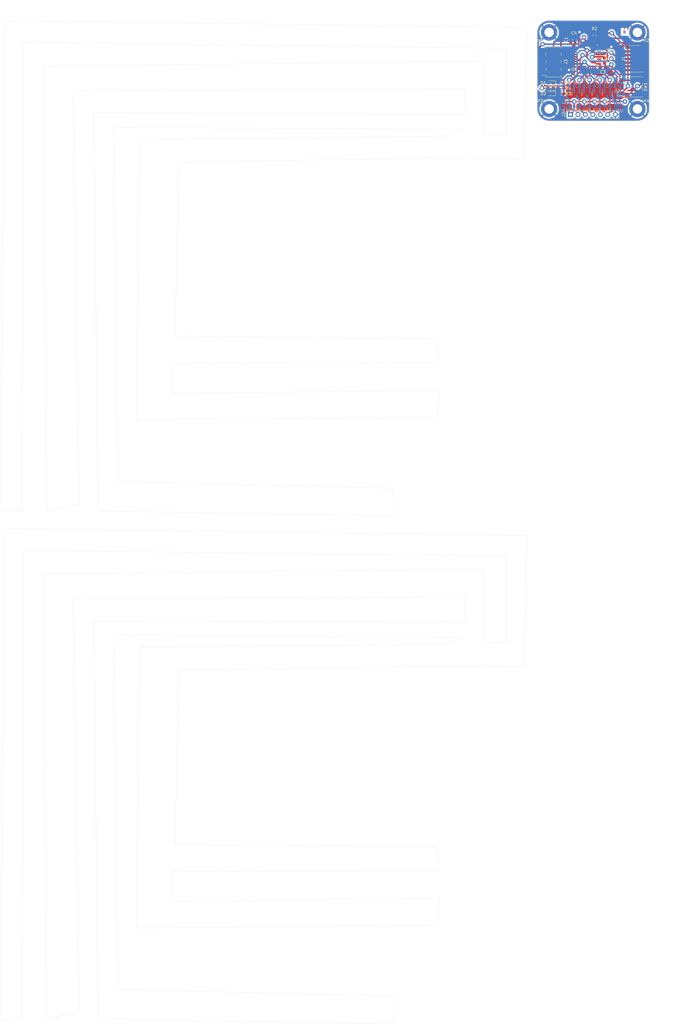
<source format=kicad_pcb>
(kicad_pcb (version 20221018) (generator pcbnew)
  (layers (0 "F.Cu" signal) (31 "B.Cu" signal) (34 "B.Paste" user) (35 "F.Paste" user) (36 "B.SilkS" user "B.Silkscreen") (37 "F.SilkS" user "F.Silkscreen") (38 "B.Mask" user) (39 "F.Mask" user) (44 "Edge.Cuts" user))
  (net 0 "")
  (net 1 "+5V-v2-")
  (net 2 "GND-v2-")
  (net 3 "+3.3V-v2-")
  (net 4 "Net-(D1-K)-v2-")
  (net 6 "Net-(D3-K)-v2-")
  (net 7 "Status_LED-v2-")
  (net 8 "Data_Clock_SNES-v2-")
  (net 9 "Data_Latch_SNES-v2-")
  (net 10 "Net-(D2-K)-v2-")
  (net 11 "Serial_Data1_SNES-v2-")
  (net 12 "Serial_Data2_SNES-v2-")
  (net 13 "SPI_Chip_Select-v2-")
  (net 14 "Chip_Enable-v2-")
  (net 15 "SPI_Digital_Input-v2-")
  (net 16 "SPI_Clock-v2-")
  (net 17 "SPI_Digital_Output-v2-")
  (net 18 "IOBit_SNES-v2-")
  (net 19 "Data_Clock_STM32-v2-")
  (net 20 "Data_Latch_STM32-v2-")
  (net 21 "Appairing_Btn-v2-")
  (net 22 "Net-(U2-BP)-v2-")
  (net 23 "SWDIO-v2-")
  (net 24 "SWDCK-v2-")
  (net 27 "NRST-v2-")
  (net 28 "USART2_RX-v2-")
  (net 29 "USART2_TX-v2-")
  (net 30 "Serial_Data1_STM32-v2-")
  (net 31 "IOBit_STM32-v2-")
  (net 32 "Serial_Data2_STM32-v2-")
  (footprint "Capacitor_SMD:C_0603_1608Metric_Pad1.08x0.95mm_HandSolder" (layer "F.Cu") (at 206.0025 17.19)
    (fp_text reference "C3")
    (fp_text value "100n")
  )
  (footprint "Resistor_SMD:R_0603_1608Metric_Pad0.98x0.95mm_HandSolder" (layer "F.Cu") (at 191.76875 26.05)
    (fp_text reference "R3")
    (fp_text value "1k")
  )
  (footprint "Diode_SMD:D_0603_1608Metric_Pad1.05x0.95mm_HandSolder" (layer "F.Cu") (at 188.26875 26.05 180)
    (fp_text reference "D2")
    (fp_text value "LED_Small")
  )
  (footprint "MountingHole:MountingHole_3.2mm_M3_DIN965_Pad" (layer "F.Cu") (at 187.75 31.25)
    (fp_text reference "H3")
    (fp_text value "MountingHole_Pad")
  )
  (footprint "Capacitor_SMD:C_0603_1608Metric_Pad1.08x0.95mm_HandSolder" (layer "F.Cu") (at 206.51 11.5 90)
    (fp_text reference "C5")
    (fp_text value "100n")
  )
  (footprint "Resistor_SMD:R_0603_1608Metric_Pad0.98x0.95mm_HandSolder" (layer "F.Cu") (at 191.76875 24.25)
    (fp_text reference "R4")
    (fp_text value "1k")
  )
  (footprint "MountingHole:MountingHole_3.2mm_M3_DIN965_Pad" (layer "F.Cu") (at 187.75 5.25)
    (fp_text reference "H1")
    (fp_text value "MountingHole_Pad")
  )
  (footprint "MountingHole:MountingHole_3.2mm_M3_DIN965_Pad" (layer "F.Cu") (at 217.75 5.25)
    (fp_text reference "H2")
    (fp_text value "MountingHole_Pad")
  )
  (footprint "Connector_PinHeader_1.27mm:PinHeader_2x07_P1.27mm_Vertical_SMD" (layer "F.Cu") (at 216.75 14.25 180)
    (fp_text reference "J1")
    (fp_text value "Conn_02x07_Odd_Even")
  )
  (footprint "Button_Switch_SMD:SW_SPST_B3S-1000" (layer "F.Cu") (at 216.25 23.75 180)
    (fp_text reference "SW1")
    (fp_text value "SW_SPST")
  )
  (footprint "Capacitor_SMD:C_0603_1608Metric_Pad1.08x0.95mm_HandSolder" (layer "F.Cu") (at 206.51 14.8025 90)
    (fp_text reference "C2")
    (fp_text value "100n")
  )
  (footprint "Capacitor_SMD:C_0603_1608Metric_Pad1.08x0.95mm_HandSolder" (layer "F.Cu") (at 195.05 7.75 90)
    (fp_text reference "C1")
    (fp_text value "10u")
  )
  (footprint "Connector_PinSocket_2.54mm:PinSocket_2x04_P2.54mm_Vertical_SMD" (layer "F.Cu") (at 189.25 15.25 180)
    (fp_text reference "J3")
    (fp_text value "Conn_01x08_Socket")
  )
  (footprint "Package_QFP:LQFP-32_7x7mm_P0.8mm" (layer "F.Cu") (at 200.6 13.15 180)
    (fp_text reference "U1")
    (fp_text value "STM32L412KBTx")
  )
  (footprint "Diode_SMD:D_0603_1608Metric_Pad1.05x0.95mm_HandSolder" (layer "F.Cu") (at 188.26875 24.25 180)
    (fp_text reference "D3")
    (fp_text value "LED")
  )
  (footprint "Connector_PinHeader_2.54mm:PinHeader_1x07_P2.54mm_Vertical" (layer "F.Cu") (at 195 33.15 90)
    (fp_text reference "J2")
    (fp_text value "Conn_01x07_Socket")
  )
  (footprint "Resistor_SMD:R_0603_1608Metric_Pad0.98x0.95mm_HandSolder" (layer "F.Cu") (at 191.76875 22.45)
    (fp_text reference "R1")
    (fp_text value "1k")
  )
  (footprint "Capacitor_SMD:C_0603_1608Metric_Pad1.08x0.95mm_HandSolder" (layer "F.Cu") (at 196.55 7.75 90)
    (fp_text reference "C4")
    (fp_text value "100n")
  )
  (footprint "Diode_SMD:D_0603_1608Metric_Pad1.05x0.95mm_HandSolder" (layer "F.Cu") (at 188.26875 22.45 180)
    (fp_text reference "D1")
    (fp_text value "LED_Small")
  )
  (footprint "Resistor_SMD:R_0603_1608Metric_Pad0.98x0.95mm_HandSolder" (layer "F.Cu") (at 203.17 6.32 90)
    (fp_text reference "R2")
    (fp_text value "10k")
  )
  (footprint "MountingHole:MountingHole_3.2mm_M3_DIN965_Pad" (layer "F.Cu") (at 217.75 31.25)
    (fp_text reference "H4")
    (fp_text value "MountingHole_Pad")
  )
  (footprint "Package_TO_SOT_SMD:SOT-23" (layer "B.Cu") (at 204.05 26.15 -90)
    (fp_text reference "Q4")
    (fp_text value "2N7002")
  )
  (footprint "Capacitor_SMD:C_0603_1608Metric_Pad1.08x0.95mm_HandSolder" (layer "B.Cu") (at 210.9 23.7 180)
    (fp_text reference "C6")
    (fp_text value "470p")
  )
  (footprint "Resistor_SMD:R_0603_1608Metric_Pad0.98x0.95mm_HandSolder" (layer "B.Cu") (at 193.7 30.35)
    (fp_text reference "R10")
    (fp_text value "10k")
  )
  (footprint "Package_SO:MSOP-8_3x3mm_P0.65mm" (layer "B.Cu") (at 211.0125 27.9 -90)
    (fp_text reference "U2")
    (fp_text value "MIC5219-3.3YMM")
  )
  (footprint "Resistor_SMD:R_0603_1608Metric_Pad0.98x0.95mm_HandSolder" (layer "B.Cu") (at 207.5 23.45)
    (fp_text reference "R9")
    (fp_text value "10k")
  )
  (footprint "Package_TO_SOT_SMD:SOT-23" (layer "B.Cu") (at 200.6 26.15 -90)
    (fp_text reference "Q3")
    (fp_text value "2N7002")
  )
  (footprint "Package_TO_SOT_SMD:SOT-23" (layer "B.Cu") (at 193.7 26.15 -90)
    (fp_text reference "Q1")
    (fp_text value "2N7002")
  )
  (footprint "Resistor_SMD:R_0603_1608Metric_Pad0.98x0.95mm_HandSolder" (layer "B.Cu") (at 193.7 23.45)
    (fp_text reference "R5")
    (fp_text value "10k")
  )
  (footprint "Resistor_SMD:R_0603_1608Metric_Pad0.98x0.95mm_HandSolder" (layer "B.Cu") (at 204.05 30.35)
    (fp_text reference "R13")
    (fp_text value "10k")
  )
  (footprint "Resistor_SMD:R_0603_1608Metric_Pad0.98x0.95mm_HandSolder" (layer "B.Cu") (at 200.6 23.45)
    (fp_text reference "R7")
    (fp_text value "10k")
  )
  (footprint "Resistor_SMD:R_0603_1608Metric_Pad0.98x0.95mm_HandSolder" (layer "B.Cu") (at 197.15 30.35)
    (fp_text reference "R11")
    (fp_text value "10k")
  )
  (footprint "Resistor_SMD:R_0603_1608Metric_Pad0.98x0.95mm_HandSolder" (layer "B.Cu") (at 204.05 23.45)
    (fp_text reference "R8")
    (fp_text value "10k")
  )
  (footprint "Resistor_SMD:R_0603_1608Metric_Pad0.98x0.95mm_HandSolder" (layer "B.Cu") (at 197.15 23.45)
    (fp_text reference "R6")
    (fp_text value "10k")
  )
  (footprint "Capacitor_SMD:C_0603_1608Metric_Pad1.08x0.95mm_HandSolder" (layer "B.Cu") (at 210.9 22.2 180)
    (fp_text reference "C7")
    (fp_text value "2.2u")
  )
  (footprint "Resistor_SMD:R_0603_1608Metric_Pad0.98x0.95mm_HandSolder" (layer "B.Cu") (at 200.6 30.35)
    (fp_text reference "R12")
    (fp_text value "10k")
  )
  (footprint "Resistor_SMD:R_0603_1608Metric_Pad0.98x0.95mm_HandSolder" (layer "B.Cu") (at 207.5 30.35)
    (fp_text reference "R14")
    (fp_text value "10k")
  )
  (footprint "Package_TO_SOT_SMD:SOT-23" (layer "B.Cu") (at 197.15 26.15 -90)
    (fp_text reference "Q2")
    (fp_text value "2N7002")
  )
  (footprint "Package_TO_SOT_SMD:SOT-23" (layer "B.Cu") (at 207.5 26.15 -90)
    (fp_text reference "Q5")
    (fp_text value "2N7002")
  )
  (gr_line (start 149.999937 135.88989) (end 150.329937 126.82989) (stroke (width 0.05)) (layer "Edge.Cuts"))
  (gr_line (start 41.209937 157.71989) (end 39.869937 37.50989) (stroke (width 0.05)) (layer "Edge.Cuts"))
  (gr_line (start 149.999937 308.38989) (end 150.329937 299.32989) (stroke (width 0.05)) (layer "Edge.Cuts"))
  (gr_line (start 41.209937 330.21989) (end 39.869937 210.00989) (stroke (width 0.05)) (layer "Edge.Cuts"))
  (gr_line (start 165.439937 15.01989) (end 16.029937 16.69989) (stroke (width 0.05)) (layer "Edge.Cuts"))
  (gr_line (start 150.329937 299.32989) (end 59.679937 300.32989) (stroke (width 0.05)) (layer "Edge.Cuts"))
  (gr_line (start 149.999937 117.42989) (end 149.659937 109.36989) (stroke (width 0.05)) (layer "Edge.Cuts"))
  (gr_line (start 165.439937 40.19989) (end 165.439937 15.01989) (stroke (width 0.05)) (layer "Edge.Cuts"))
  (gr_line (start 48.599937 41.53989) (end 47.589937 136.89989) (stroke (width 0.05)) (layer "Edge.Cuts"))
  (gr_line (start 217.75 35.25) (end 187.75 35.25) (stroke (width 0.1)) (layer "Edge.Cuts"))
  (gr_line (start 173.159937 183.14989) (end 173.159937 212.35989) (stroke (width 0.05)) (layer "Edge.Cuts"))
  (gr_line (start 183.75 31.25) (end 183.75 5.25) (stroke (width 0.1)) (layer "Edge.Cuts"))
  (gr_line (start 34.489937 340.28989) (end 134.889937 341.96989) (stroke (width 0.05)) (layer "Edge.Cuts"))
  (gr_arc (start 183.75 5.25) (mid 184.921573 2.421573) (end 187.75 1.25) (stroke (width 0.1)) (layer "Edge.Cuts"))
  (gr_line (start 173.159937 212.35989) (end 165.439937 212.69989) (stroke (width 0.05)) (layer "Edge.Cuts"))
  (gr_line (start 59.679937 127.82989) (end 59.679937 117.75989) (stroke (width 0.05)) (layer "Edge.Cuts"))
  (gr_line (start 33.149937 32.47989) (end 34.489937 167.78989) (stroke (width 0.05)) (layer "Edge.Cuts"))
  (gr_line (start 26.099937 25.08989) (end 159.059937 24.41989) (stroke (width 0.05)) (layer "Edge.Cuts"))
  (gr_line (start 62.029937 221.76989) (end 153.019937 220.41989) (stroke (width 0.05)) (layer "Edge.Cuts"))
  (gr_line (start 153.019937 47.91989) (end 179.209937 48.25989) (stroke (width 0.05)) (layer "Edge.Cuts"))
  (gr_line (start 152.349937 40.53989) (end 48.599937 41.53989) (stroke (width 0.05)) (layer "Edge.Cuts"))
  (gr_line (start 158.729937 210.68989) (end 152.349937 213.03989) (stroke (width 0.05)) (layer "Edge.Cuts"))
  (gr_line (start 179.209937 48.25989) (end 180.219937 3.59989) (stroke (width 0.05)) (layer "Edge.Cuts"))
  (gr_line (start 16.029937 16.69989) (end 17.039937 167.78989) (stroke (width 0.05)) (layer "Edge.Cuts"))
  (gr_arc (start 221.75 31.25) (mid 220.578427 34.078427) (end 217.75 35.25) (stroke (width 0.1)) (layer "Edge.Cuts"))
  (gr_line (start 59.679937 300.32989) (end 59.679937 290.25989) (stroke (width 0.05)) (layer "Edge.Cuts"))
  (gr_line (start 152.349937 213.03989) (end 48.599937 214.03989) (stroke (width 0.05)) (layer "Edge.Cuts"))
  (gr_line (start 33.149937 204.97989) (end 34.489937 340.28989) (stroke (width 0.05)) (layer "Edge.Cuts"))
  (gr_line (start 173.159937 39.85989) (end 165.439937 40.19989) (stroke (width 0.05)) (layer "Edge.Cuts"))
  (gr_line (start 149.999937 289.92989) (end 149.659937 281.86989) (stroke (width 0.05)) (layer "Edge.Cuts"))
  (gr_line (start 26.099937 197.58989) (end 159.059937 196.91989) (stroke (width 0.05)) (layer "Edge.Cuts"))
  (gr_line (start 1.249937 168.12989) (end 8.639937 167.44989) (stroke (width 0.05)) (layer "Edge.Cuts"))
  (gr_line (start 28.119937 337.93989) (end 26.099937 197.58989) (stroke (width 0.05)) (layer "Edge.Cuts"))
  (gr_line (start 1.249937 340.62989) (end 8.639937 339.94989) (stroke (width 0.05)) (layer "Edge.Cuts"))
  (gr_line (start 159.399937 33.14989) (end 33.149937 32.47989) (stroke (width 0.05)) (layer "Edge.Cuts"))
  (gr_line (start 134.889937 332.56989) (end 41.209937 330.21989) (stroke (width 0.05)) (layer "Edge.Cuts"))
  (gr_line (start 59.679937 117.75989) (end 149.999937 117.42989) (stroke (width 0.05)) (layer "Edge.Cuts"))
  (gr_line (start 28.119937 165.43989) (end 26.099937 25.08989) (stroke (width 0.05)) (layer "Edge.Cuts"))
  (gr_line (start 34.489937 167.78989) (end 134.889937 169.46989) (stroke (width 0.05)) (layer "Edge.Cuts"))
  (gr_line (start 159.399937 205.64989) (end 33.149937 204.97989) (stroke (width 0.05)) (layer "Edge.Cuts"))
  (gr_line (start 159.059937 196.91989) (end 159.399937 205.64989) (stroke (width 0.05)) (layer "Edge.Cuts"))
  (gr_line (start 179.209937 220.75989) (end 180.219937 176.09989) (stroke (width 0.05)) (layer "Edge.Cuts"))
  (gr_line (start 134.889937 160.06989) (end 41.209937 157.71989) (stroke (width 0.05)) (layer "Edge.Cuts"))
  (gr_line (start 134.889937 169.46989) (end 134.889937 160.06989) (stroke (width 0.05)) (layer "Edge.Cuts"))
  (gr_line (start 17.039937 167.78989) (end 28.119937 165.43989) (stroke (width 0.05)) (layer "Edge.Cuts"))
  (gr_line (start 9.309937 181.13989) (end 173.159937 183.14989) (stroke (width 0.05)) (layer "Edge.Cuts"))
  (gr_line (start 62.029937 49.26989) (end 153.019937 47.91989) (stroke (width 0.05)) (layer "Edge.Cuts"))
  (gr_line (start 180.219937 176.09989) (end 2.929937 173.74989) (stroke (width 0.05)) (layer "Edge.Cuts"))
  (gr_line (start 158.729937 38.18989) (end 152.349937 40.53989) (stroke (width 0.05)) (layer "Edge.Cuts"))
  (gr_line (start 149.659937 281.86989) (end 60.679937 280.85989) (stroke (width 0.05)) (layer "Edge.Cuts"))
  (gr_line (start 134.889937 341.96989) (end 134.889937 332.56989) (stroke (width 0.05)) (layer "Edge.Cuts"))
  (gr_line (start 8.639937 339.94989) (end 9.309937 181.13989) (stroke (width 0.05)) (layer "Edge.Cuts"))
  (gr_line (start 159.059937 24.41989) (end 159.399937 33.14989) (stroke (width 0.05)) (layer "Edge.Cuts"))
  (gr_line (start 47.589937 136.89989) (end 149.999937 135.88989) (stroke (width 0.05)) (layer "Edge.Cuts"))
  (gr_line (start 165.439937 212.69989) (end 165.439937 187.51989) (stroke (width 0.05)) (layer "Edge.Cuts"))
  (gr_line (start 39.869937 210.00989) (end 158.729937 210.68989) (stroke (width 0.05)) (layer "Edge.Cuts"))
  (gr_line (start 16.029937 189.19989) (end 17.039937 340.28989) (stroke (width 0.05)) (layer "Edge.Cuts"))
  (gr_line (start 9.309937 8.63989) (end 173.159937 10.64989) (stroke (width 0.05)) (layer "Edge.Cuts"))
  (gr_line (start 47.589937 309.39989) (end 149.999937 308.38989) (stroke (width 0.05)) (layer "Edge.Cuts"))
  (gr_line (start 60.679937 280.85989) (end 62.029937 221.76989) (stroke (width 0.05)) (layer "Edge.Cuts"))
  (gr_line (start 48.599937 214.03989) (end 47.589937 309.39989) (stroke (width 0.05)) (layer "Edge.Cuts"))
  (gr_line (start 173.159937 10.64989) (end 173.159937 39.85989) (stroke (width 0.05)) (layer "Edge.Cuts"))
  (gr_line (start 39.869937 37.50989) (end 158.729937 38.18989) (stroke (width 0.05)) (layer "Edge.Cuts"))
  (gr_line (start 153.019937 220.41989) (end 179.209937 220.75989) (stroke (width 0.05)) (layer "Edge.Cuts"))
  (gr_line (start 165.439937 187.51989) (end 16.029937 189.19989) (stroke (width 0.05)) (layer "Edge.Cuts"))
  (gr_arc (start 187.75 35.25) (mid 184.921573 34.078427) (end 183.75 31.25) (stroke (width 0.1)) (layer "Edge.Cuts"))
  (gr_line (start 221.75 5.25) (end 221.75 31.25) (stroke (width 0.1)) (layer "Edge.Cuts"))
  (gr_line (start 60.679937 108.35989) (end 62.029937 49.26989) (stroke (width 0.05)) (layer "Edge.Cuts"))
  (gr_line (start 2.929937 173.74989) (end 1.249937 340.62989) (stroke (width 0.05)) (layer "Edge.Cuts"))
  (gr_line (start 17.039937 340.28989) (end 28.119937 337.93989) (stroke (width 0.05)) (layer "Edge.Cuts"))
  (gr_line (start 187.75 1.25) (end 217.75 1.25) (stroke (width 0.1)) (layer "Edge.Cuts"))
  (gr_line (start 59.679937 290.25989) (end 149.999937 289.92989) (stroke (width 0.05)) (layer "Edge.Cuts"))
  (gr_line (start 8.639937 167.44989) (end 9.309937 8.63989) (stroke (width 0.05)) (layer "Edge.Cuts"))
  (gr_line (start 150.329937 126.82989) (end 59.679937 127.82989) (stroke (width 0.05)) (layer "Edge.Cuts"))
  (gr_line (start 149.659937 109.36989) (end 60.679937 108.35989) (stroke (width 0.05)) (layer "Edge.Cuts"))
  (gr_arc (start 217.75 1.25) (mid 220.578427 2.421573) (end 221.75 5.25) (stroke (width 0.1)) (layer "Edge.Cuts"))
  (gr_line (start 180.219937 3.59989) (end 2.929937 1.24989) (stroke (width 0.05)) (layer "Edge.Cuts"))
  (gr_line (start 2.929937 1.24989) (end 1.249937 168.12989) (stroke (width 0.05)) (layer "Edge.Cuts"))
  (gr_text "SNES Plug" (at 205.75 3.75) (layer "F.Cu") (effects (font (size 1 1)) (justify left bottom)))
  (gr_text "T" (at 212.75 5.75) (layer "F.Cu") (effects (font (size 1 1)) (justify left bottom)))
  (gr_text "B" (at 212.75 5.75) (layer "B.Cu") (effects (font (size 1 1)) (justify left bottom)))
  (segment (start 196.2375 31.9125) (end 195 33.15) (width 0.5) (layer "F.Cu") (net 1))
  (segment (start 196.2375 28.75) (end 199.6875 28.75) (width 0.3) (layer "F.Cu") (net 1))
  (segment (start 196.2375 28.75) (end 196.2375 31.9125) (width 0.5) (layer "F.Cu") (net 1))
  (segment (start 190.25 27.5) (end 191.5 28.75) (width 0.5) (layer "F.Cu") (net 1))
  (segment (start 187.39375 26.05) (end 187.39375 26.084561) (width 0.5) (layer "F.Cu") (net 1))
  (segment (start 206.5875 28.75) (end 213.5 28.75) (width 0.5) (layer "F.Cu") (net 1))
  (segment (start 203.1375 28.75) (end 206.5875 28.75) (width 0.5) (layer "F.Cu") (net 1))
  (segment (start 188.809189 27.5) (end 190.25 27.5) (width 0.5) (layer "F.Cu") (net 1))
  (segment (start 203.1375 28.75) (end 199.6875 28.75) (width 0.5) (layer "F.Cu") (net 1))
  (segment (start 187.39375 26.084561) (end 188.809189 27.5) (width 0.5) (layer "F.Cu") (net 1))
  (segment (start 191.5 28.75) (end 196.2375 28.75) (width 0.5) (layer "F.Cu") (net 1))
  (via (at 203.1375 28.75) (size 1.6) (drill 0.8) (layers "F.Cu" "B.Cu") (net 1))
  (via (at 196.2375 28.75) (size 1.6) (drill 0.8) (layers "F.Cu" "B.Cu") (net 1))
  (via (at 213.5 28.75) (size 1.6) (drill 0.8) (layers "F.Cu" "B.Cu") (net 1))
  (via (at 206.5875 28.75) (size 1.6) (drill 0.8) (layers "F.Cu" "B.Cu") (net 1))
  (via (at 199.6875 28.75) (size 1.6) (drill 0.8) (layers "F.Cu" "B.Cu") (net 1))
  (segment (start 196.2375 30.35) (end 196.2375 28.75) (width 0.5) (layer "B.Cu") (net 1))
  (segment (start 212.106739 28.65) (end 210.6875 27.230761) (width 0.5) (layer "B.Cu") (net 1))
  (segment (start 206.5875 28.75) (end 206.5875 30.35) (width 0.5) (layer "B.Cu") (net 1))
  (segment (start 195 33.15) (end 195 32.5625) (width 0.5) (layer "B.Cu") (net 1))
  (segment (start 213.5 28.75) (end 213.4 28.65) (width 0.5) (layer "B.Cu") (net 1))
  (segment (start 210.6875 25.7875) (end 210.6875 27.230761) (width 0.3) (layer "B.Cu") (net 1))
  (segment (start 203.1375 28.75) (end 203.1375 30.35) (width 0.5) (layer "B.Cu") (net 1))
  (segment (start 199.6875 28.75) (end 199.6875 30.35) (width 0.5) (layer "B.Cu") (net 1))
  (segment (start 213.4 28.65) (end 212.106739 28.65) (width 0.5) (layer "B.Cu") (net 1))
  (segment (start 195 32.5625) (end 192.7875 30.35) (width 0.5) (layer "B.Cu") (net 1))
  (segment (start 196.55 6.7) (end 198.1 5.15) (width 0.5) (layer "F.Cu") (net 2))
  (segment (start 195.05 6.8875) (end 196.55 6.8875) (width 0.5) (layer "F.Cu") (net 2))
  (segment (start 203.4 17.325) (end 204.29 18.215) (width 0.5) (layer "F.Cu") (net 2))
  (segment (start 196.55 6.8875) (end 196.55 6.7) (width 0.5) (layer "F.Cu") (net 2))
  (segment (start 194.5 18) (end 193.44 19.06) (width 0.5) (layer "F.Cu") (net 2))
  (segment (start 208.411689 10.6375) (end 206.51 10.6375) (width 0.5) (layer "F.Cu") (net 2))
  (segment (start 206.51 15.665) (end 206.51 15.591193) (width 0.5) (layer "F.Cu") (net 2))
  (segment (start 207.535 14.566193) (end 207.535 11.6625) (width 0.5) (layer "F.Cu") (net 2))
  (segment (start 198.1 5.15) (end 197.8 5.45) (width 0.5) (layer "F.Cu") (net 2))
  (segment (start 197.8 5.45) (end 197.8 8.975) (width 0.5) (layer "F.Cu") (net 2))
  (segment (start 206.865 16.02) (end 206.51 15.665) (width 0.5) (layer "F.Cu") (net 2))
  (segment (start 205.84 18.215) (end 206.865 17.19) (width 0.5) (layer "F.Cu") (net 2))
  (segment (start 207.535 11.6625) (end 206.51 10.6375) (width 0.5) (layer "F.Cu") (net 2))
  (segment (start 206.51 15.591193) (end 207.535 14.566193) (width 0.5) (layer "F.Cu") (net 2))
  (segment (start 193.44 19.06) (end 191.77 19.06) (width 0.5) (layer "F.Cu") (net 2))
  (segment (start 206.865 17.19) (end 206.865 16.02) (width 0.5) (layer "F.Cu") (net 2))
  (segment (start 204.29 18.215) (end 205.84 18.215) (width 0.5) (layer "F.Cu") (net 2))
  (segment (start 208.899189 10.15) (end 208.411689 10.6375) (width 0.5) (layer "F.Cu") (net 2))
  (via (at 208.899189 10.15) (size 1.6) (drill 0.8) (layers "F.Cu" "B.Cu") (net 2))
  (via (at 210.0375 20.15) (size 1.6) (drill 0.8) (layers "F.Cu" "B.Cu") (net 2))
  (via (at 198.1 5.15) (size 1.6) (drill 0.8) (layers "F.Cu" "B.Cu") (net 2))
  (via (at 194.5 18) (size 1.6) (drill 0.8) (layers "F.Cu" "B.Cu") (net 2))
  (segment (start 206.15 10.15) (end 201.15 5.15) (width 0.5) (layer "B.Cu") (net 2))
  (segment (start 210.0375 20.1875) (end 210 20.15) (width 0.5) (layer "B.Cu") (net 2))
  (segment (start 210.0375 22.2) (end 210.0375 23.7) (width 0.5) (layer "B.Cu") (net 2))
  (segment (start 201.15 5.15) (end 198.1 5.15) (width 0.5) (layer "B.Cu") (net 2))
  (segment (start 208.899189 10.15) (end 206.15 10.15) (width 0.5) (layer "B.Cu") (net 2))
  (segment (start 210.0375 22.2) (end 210.0375 20.15) (width 0.5) (layer "B.Cu") (net 2))
  (segment (start 203.420406 15.5) (end 202.290811 15.5) (width 0.5) (layer "F.Cu") (net 3))
  (segment (start 206.51 12.3625) (end 206.1225 12.75) (width 0.5) (layer "F.Cu") (net 3))
  (segment (start 200.6 11.4) (end 199.55 10.35) (width 0.5) (layer "F.Cu") (net 3))
  (segment (start 185.25 20.54) (end 186.73 19.06) (width 0.5) (layer "F.Cu") (net 3))
  (segment (start 195.05 8.6125) (end 195.05 8.975) (width 0.5) (layer "F.Cu") (net 3))
  (segment (start 202.4 11.4) (end 200.6 11.4) (width 0.5) (layer "F.Cu") (net 3))
  (segment (start 217.75 23.5) (end 218.225 23.5) (width 0.5) (layer "F.Cu") (net 3))
  (segment (start 220.225 21.5) (end 220.75 20.975) (width 0.5) (layer "F.Cu") (net 3))
  (segment (start 199.55 10.35) (end 196.425 10.35) (width 0.5) (layer "F.Cu") (net 3))
  (segment (start 196.425 10.35) (end 196.425 8.7375) (width 0.5) (layer "F.Cu") (net 3))
  (segment (start 203.75 12.75) (end 202.4 11.4) (width 0.5) (layer "F.Cu") (net 3))
  (segment (start 218.225 23.5) (end 220.225 21.5) (width 0.5) (layer "F.Cu") (net 3))
  (segment (start 205.14 17.19) (end 205.14 16.315) (width 0.5) (layer "F.Cu") (net 3))
  (segment (start 187.39375 24.25) (end 185.25 24.25) (width 0.5) (layer "F.Cu") (net 3))
  (segment (start 205.14 16.315) (end 204.775 15.95) (width 0.5) (layer "F.Cu") (net 3))
  (segment (start 218.7 16.79) (end 220.4 16.79) (width 0.5) (layer "F.Cu") (net 3))
  (segment (start 185.25 24.25) (end 185.25 20.54) (width 0.5) (layer "F.Cu") (net 3))
  (segment (start 204.775 15.95) (end 203.870406 15.95) (width 0.5) (layer "F.Cu") (net 3))
  (segment (start 196.425 8.7375) (end 196.55 8.6125) (width 0.5) (layer "F.Cu") (net 3))
  (segment (start 203.870406 15.95) (end 203.420406 15.5) (width 0.5) (layer "F.Cu") (net 3))
  (segment (start 212.275 21.5) (end 220.225 21.5) (width 0.5) (layer "F.Cu") (net 3))
  (segment (start 206.1225 12.75) (end 204.775 12.75) (width 0.5) (layer "F.Cu") (net 3))
  (segment (start 202.290811 15.5) (end 200.6 13.809189) (width 0.5) (layer "F.Cu") (net 3))
  (segment (start 195.05 8.975) (end 196.425 10.35) (width 0.5) (layer "F.Cu") (net 3))
  (segment (start 220.75 20.975) (end 220.75 17.14) (width 0.5) (layer "F.Cu") (net 3))
  (segment (start 204.775 12.75) (end 203.75 12.75) (width 0.5) (layer "F.Cu") (net 3))
  (segment (start 220.4 16.79) (end 220.75 17.14) (width 0.5) (layer "F.Cu") (net 3))
  (segment (start 200.6 13.809189) (end 200.6 11.4) (width 0.5) (layer "F.Cu") (net 3))
  (via (at 185.25 24.25) (size 1.6) (drill 0.8) (layers "F.Cu" "B.Cu") (net 3))
  (via (at 217.75 23.5) (size 1.6) (drill 0.8) (layers "F.Cu" "B.Cu") (net 3))
  (via (at 200.6 11.4) (size 1.6) (drill 0.8) (layers "F.Cu" "B.Cu") (net 3))
  (segment (start 214.743261 26.506739) (end 217.75 23.5) (width 0.5) (layer "B.Cu") (net 3))
  (segment (start 202.071689 20.05) (end 203.1375 21.115811) (width 0.5) (layer "B.Cu") (net 3))
  (segment (start 205.521689 20.05) (end 204.203311 20.05) (width 0.5) (layer "B.Cu") (net 3))
  (segment (start 186.05 23.45) (end 192.7875 23.45) (width 0.5) (layer "B.Cu") (net 3))
  (segment (start 192.75 25.2125) (end 192.75 23.4875) (width 0.5) (layer "B.Cu") (net 3))
  (segment (start 185.25 24.25) (end 186.05 23.45) (width 0.5) (layer "B.Cu") (net 3))
  (segment (start 200.6 11.4) (end 198.35 11.4) (width 0.5) (layer "B.Cu") (net 3))
  (segment (start 199.6875 21.115811) (end 200.753311 20.05) (width 0.5) (layer "B.Cu") (net 3))
  (segment (start 213 26.506739) (end 213 22.75) (width 0.5) (layer "B.Cu") (net 3))
  (segment (start 192.75 23.4875) (end 192.7875 23.45) (width 0.5) (layer "B.Cu") (net 3))
  (segment (start 208.903311 18.8) (end 206.5875 21.115811) (width 0.5) (layer "B.Cu") (net 3))
  (segment (start 206.55 23.4875) (end 206.5875 23.45) (width 0.5) (layer "B.Cu") (net 3))
  (segment (start 197.303311 20.05) (end 196.2375 21.115811) (width 0.5) (layer "B.Cu") (net 3))
  (segment (start 198.35 11.4) (end 197.303311 12.446689) (width 0.5) (layer "B.Cu") (net 3))
  (segment (start 203.1 25.2125) (end 203.1 23.4875) (width 0.5) (layer "B.Cu") (net 3))
  (segment (start 199.6875 21.115811) (end 198.621689 20.05) (width 0.5) (layer "B.Cu") (net 3))
  (segment (start 211.7625 22.2) (end 211.7625 19.965811) (width 0.5) (layer "B.Cu") (net 3))
  (segment (start 194.053311 20.05) (end 195.171689 20.05) (width 0.5) (layer "B.Cu") (net 3))
  (segment (start 196.2 23.4875) (end 196.2375 23.45) (width 0.5) (layer "B.Cu") (net 3))
  (segment (start 211.3375 25.7875) (end 211.3375 26.727817) (width 0.3) (layer "B.Cu") (net 3))
  (segment (start 196.2 25.2125) (end 196.2 23.4875) (width 0.5) (layer "B.Cu") (net 3))
  (segment (start 213 22.75) (end 212.45 22.2) (width 0.5) (layer "B.Cu") (net 3))
  (segment (start 198.621689 20.05) (end 197.303311 20.05) (width 0.5) (layer "B.Cu") (net 3))
  (segment (start 206.5875 23.45) (end 206.5875 21.115811) (width 0.5) (layer "B.Cu") (net 3))
  (segment (start 203.1 23.4875) (end 203.1375 23.45) (width 0.5) (layer "B.Cu") (net 3))
  (segment (start 204.203311 20.05) (end 203.1375 21.115811) (width 0.5) (layer "B.Cu") (net 3))
  (segment (start 196.2375 21.115811) (end 196.2375 23.45) (width 0.5) (layer "B.Cu") (net 3))
  (segment (start 199.6875 23.45) (end 199.6875 21.115811) (width 0.5) (layer "B.Cu") (net 3))
  (segment (start 211.7625 19.965811) (end 210.596689 18.8) (width 0.5) (layer "B.Cu") (net 3))
  (segment (start 195.171689 20.05) (end 196.2375 21.115811) (width 0.5) (layer "B.Cu") (net 3))
  (segment (start 214.743261 26.506739) (end 213 26.506739) (width 0.5) (layer "B.Cu") (net 3))
  (segment (start 212.356739 27.15) (end 211.759683 27.15) (width 0.5) (layer "B.Cu") (net 3))
  (segment (start 199.65 25.2125) (end 199.65 23.4875) (width 0.5) (layer "B.Cu") (net 3))
  (segment (start 206.55 25.2125) (end 206.55 23.4875) (width 0.5) (layer "B.Cu") (net 3))
  (segment (start 203.1375 21.115811) (end 203.1375 23.45) (width 0.5) (layer "B.Cu") (net 3))
  (segment (start 206.5875 21.115811) (end 205.521689 20.05) (width 0.5) (layer "B.Cu") (net 3))
  (segment (start 192.7875 21.315811) (end 194.053311 20.05) (width 0.5) (layer "B.Cu") (net 3))
  (segment (start 197.303311 12.446689) (end 197.303311 20.05) (width 0.5) (layer "B.Cu") (net 3))
  (segment (start 192.7875 23.45) (end 192.7875 21.315811) (width 0.5) (layer "B.Cu") (net 3))
  (segment (start 212.45 22.2) (end 211.7625 22.2) (width 0.5) (layer "B.Cu") (net 3))
  (segment (start 211.3375 26.727817) (end 211.759683 27.15) (width 0.3) (layer "B.Cu") (net 3))
  (segment (start 200.753311 20.05) (end 202.071689 20.05) (width 0.5) (layer "B.Cu") (net 3))
  (segment (start 210.596689 18.8) (end 208.903311 18.8) (width 0.5) (layer "B.Cu") (net 3))
  (segment (start 199.65 23.4875) (end 199.6875 23.45) (width 0.5) (layer "B.Cu") (net 3))
  (segment (start 213 26.506739) (end 212.356739 27.15) (width 0.5) (layer "B.Cu") (net 3))
  (segment (start 190.85625 22.45) (end 189.14375 22.45) (width 0.5) (layer "F.Cu") (net 4))
  (segment (start 190.85625 24.25) (end 189.14375 24.25) (width 0.5) (layer "F.Cu") (net 6))
  (segment (start 195.125 20) (end 197.8 17.325) (width 0.5) (layer "F.Cu") (net 7))
  (segment (start 187.39375 22.45) (end 188.41875 21.425) (width 0.5) (layer "F.Cu") (net 7))
  (segment (start 188.41875 21.425) (end 192.575 21.425) (width 0.5) (layer "F.Cu") (net 7))
  (segment (start 192.575 21.425) (end 194 20) (width 0.5) (layer "F.Cu") (net 7))
  (segment (start 194 20) (end 195.125 20) (width 0.5) (layer "F.Cu") (net 7))
  (segment (start 197.54 32.54) (end 196.75 31.75) (width 0.5) (layer "B.Cu") (net 8))
  (segment (start 197.54 33.15) (end 197.54 32.54) (width 0.5) (layer "B.Cu") (net 8))
  (segment (start 196.0125 31.75) (end 194.6125 30.35) (width 0.5) (layer "B.Cu") (net 8))
  (segment (start 194.6125 28) (end 193.7 27.0875) (width 0.5) (layer "B.Cu") (net 8))
  (segment (start 196.75 31.75) (end 196.0125 31.75) (width 0.5) (layer "B.Cu") (net 8))
  (segment (start 194.6125 30.35) (end 194.6125 28) (width 0.5) (layer "B.Cu") (net 8))
  (segment (start 198.0625 30.35) (end 198.0625 31.2125) (width 0.5) (layer "B.Cu") (net 9))
  (segment (start 198.0625 28) (end 197.15 27.0875) (width 0.5) (layer "B.Cu") (net 9))
  (segment (start 198.0625 30.35) (end 198.0625 28) (width 0.5) (layer "B.Cu") (net 9))
  (segment (start 198.0625 31.2125) (end 200 33.15) (width 0.5) (layer "B.Cu") (net 9))
  (segment (start 189.14375 26.05) (end 190.85625 26.05) (width 0.5) (layer "F.Cu") (net 10))
  (segment (start 201.5125 28) (end 200.6 27.0875) (width 0.5) (layer "B.Cu") (net 11))
  (segment (start 201.5125 32.1625) (end 202.5 33.15) (width 0.5) (layer "B.Cu") (net 11))
  (segment (start 201.5125 30.35) (end 201.5125 28) (width 0.5) (layer "B.Cu") (net 11))
  (segment (start 201.5125 30.35) (end 201.5125 32.1625) (width 0.5) (layer "B.Cu") (net 11))
  (segment (start 204.9625 30.35) (end 204.9625 33.1125) (width 0.5) (layer "B.Cu") (net 12))
  (segment (start 204.9625 33.1125) (end 205 33.15) (width 0.5) (layer "B.Cu") (net 12))
  (segment (start 204.9625 30.35) (end 204.9625 28) (width 0.5) (layer "B.Cu") (net 12))
  (segment (start 204.9625 28) (end 204.05 27.0875) (width 0.5) (layer "B.Cu") (net 12))
  (segment (start 194 14.75) (end 193.5 15.25) (width 0.5) (layer "F.Cu") (net 13))
  (segment (start 188 15.25) (end 186.73 16.52) (width 0.5) (layer "F.Cu") (net 13))
  (segment (start 196.425 11.15) (end 194.85 11.15) (width 0.5) (layer "F.Cu") (net 13))
  (segment (start 194.85 11.15) (end 194 12) (width 0.5) (layer "F.Cu") (net 13))
  (segment (start 194 12) (end 194 14.75) (width 0.5) (layer "F.Cu") (net 13))
  (segment (start 193.5 15.25) (end 188 15.25) (width 0.5) (layer "F.Cu") (net 13))
  (segment (start 194.23 16.52) (end 195.125 15.625) (width 0.5) (layer "F.Cu") (net 14))
  (segment (start 191.77 16.52) (end 194.23 16.52) (width 0.5) (layer "F.Cu") (net 14))
  (segment (start 195.125 12.345406) (end 195.520406 11.95) (width 0.5) (layer "F.Cu") (net 14))
  (segment (start 195.125 15.625) (end 195.125 12.345406) (width 0.5) (layer "F.Cu") (net 14))
  (segment (start 195.520406 11.95) (end 196.425 11.95) (width 0.5) (layer "F.Cu") (net 14))
  (segment (start 191.77 8.516307) (end 196.486307 3.8) (width 0.5) (layer "F.Cu") (net 15))
  (segment (start 198.8 3.8) (end 201 6) (width 0.5) (layer "F.Cu") (net 15))
  (segment (start 201 6) (end 201 8.975) (width 0.5) (layer "F.Cu") (net 15))
  (segment (start 196.486307 3.8) (end 198.8 3.8) (width 0.5) (layer "F.Cu") (net 15))
  (segment (start 191.77 11.44) (end 191.77 8.516307) (width 0.5) (layer "F.Cu") (net 15))
  (segment (start 199.75 2.5) (end 201.8 4.55) (width 0.5) (layer "F.Cu") (net 16))
  (segment (start 190.77 13.98) (end 189.25 12.46) (width 0.5) (layer "F.Cu") (net 16))
  (segment (start 189.25 9) (end 195.75 2.5) (width 0.5) (layer "F.Cu") (net 16))
  (segment (start 195.75 2.5) (end 199.75 2.5) (width 0.5) (layer "F.Cu") (net 16))
  (segment (start 191.77 13.98) (end 190.77 13.98) (width 0.5) (layer "F.Cu") (net 16))
  (segment (start 201.8 4.55) (end 201.8 8.975) (width 0.5) (layer "F.Cu") (net 16))
  (segment (start 189.25 12.46) (end 189.25 9) (width 0.5) (layer "F.Cu") (net 16))
  (segment (start 200.2 8.070406) (end 200.2 8.975) (width 0.5) (layer "F.Cu") (net 17))
  (segment (start 184.68 12.93) (end 184.68 10.07) (width 0.5) (layer "F.Cu") (net 17))
  (segment (start 199.6 7.470406) (end 200.2 8.070406) (width 0.5) (layer "F.Cu") (net 17))
  (segment (start 186.73 13.98) (end 185.73 13.98) (width 0.5) (layer "F.Cu") (net 17))
  (segment (start 184.68 10.07) (end 185.5 9.25) (width 0.5) (layer "F.Cu") (net 17))
  (segment (start 185.73 13.98) (end 184.68 12.93) (width 0.5) (layer "F.Cu") (net 17))
  (segment (start 199.6 6.9) (end 199.6 7.470406) (width 0.5) (layer "F.Cu") (net 17))
  (via (at 199.6 6.9) (size 1.6) (drill 0.8) (layers "F.Cu" "B.Cu") (net 17))
  (via (at 185.5 9.25) (size 1.6) (drill 0.8) (layers "F.Cu" "B.Cu") (net 17))
  (segment (start 185.5 9.25) (end 197.25 9.25) (width 0.5) (layer "B.Cu") (net 17))
  (segment (start 197.25 9.25) (end 199.6 6.9) (width 0.5) (layer "B.Cu") (net 17))
  (segment (start 208.4125 30.35) (end 208.4125 32.2375) (width 0.5) (layer "B.Cu") (net 18))
  (segment (start 208.4125 30.35) (end 208.4125 28) (width 0.5) (layer "B.Cu") (net 18))
  (segment (start 208.4125 28) (end 207.5 27.0875) (width 0.5) (layer "B.Cu") (net 18))
  (segment (start 208.4125 32.2375) (end 207.5 33.15) (width 0.5) (layer "B.Cu") (net 18))
  (segment (start 195.429594 21.4) (end 198.6 18.229594) (width 0.5) (layer "F.Cu") (net 19))
  (segment (start 194.6125 21.4) (end 195.429594 21.4) (width 0.5) (layer "F.Cu") (net 19))
  (segment (start 198.6 18.229594) (end 198.6 17.325) (width 0.5) (layer "F.Cu") (net 19))
  (via (at 194.6125 21.4) (size 1.6) (drill 0.8) (layers "F.Cu" "B.Cu") (net 19))
  (segment (start 194.65 25.2125) (end 194.65 23.4875) (width 0.5) (layer "B.Cu") (net 19))
  (segment (start 194.6125 23.45) (end 194.6125 21.4) (width 0.5) (layer "B.Cu") (net 19))
  (segment (start 194.65 23.4875) (end 194.6125 23.45) (width 0.5) (layer "B.Cu") (net 19))
  (segment (start 199.4 20.0625) (end 199.4 17.325) (width 0.5) (layer "F.Cu") (net 20))
  (segment (start 198.0625 21.4) (end 199.4 20.0625) (width 0.5) (layer "F.Cu") (net 20))
  (via (at 198.0625 21.4) (size 1.6) (drill 0.8) (layers "F.Cu" "B.Cu") (net 20))
  (segment (start 198.1 23.4875) (end 198.0625 23.45) (width 0.5) (layer "B.Cu") (net 20))
  (segment (start 198.1 25.2125) (end 198.1 23.4875) (width 0.5) (layer "B.Cu") (net 20))
  (segment (start 198.0625 23.45) (end 198.0625 21.4) (width 0.5) (layer "B.Cu") (net 20))
  (segment (start 204.9025 5.5) (end 203.17 7.2325) (width 0.5) (layer "F.Cu") (net 21))
  (segment (start 209 5.5) (end 204.9025 5.5) (width 0.5) (layer "F.Cu") (net 21))
  (segment (start 202.6 8.975) (end 202.6 7.8025) (width 0.5) (layer "F.Cu") (net 21))
  (segment (start 212.275 25.975) (end 212.275 26) (width 0.5) (layer "F.Cu") (net 21))
  (segment (start 214.5 23.75) (end 212.275 25.975) (width 0.5) (layer "F.Cu") (net 21))
  (segment (start 202.6 7.8025) (end 203.17 7.2325) (width 0.5) (layer "F.Cu") (net 21))
  (segment (start 214.5 23.5) (end 214.5 23.75) (width 0.5) (layer "F.Cu") (net 21))
  (segment (start 220.225 26) (end 212.275 26) (width 0.5) (layer "F.Cu") (net 21))
  (via (at 209 5.5) (size 1.6) (drill 0.8) (layers "F.Cu" "B.Cu") (net 21))
  (via (at 214.5 23.5) (size 1.6) (drill 0.8) (layers "F.Cu" "B.Cu") (net 21))
  (segment (start 214.5 11) (end 209 5.5) (width 0.5) (layer "B.Cu") (net 21))
  (segment (start 214.5 23.5) (end 214.5 11) (width 0.5) (layer "B.Cu") (net 21))
  (segment (start 211.9875 23.925) (end 211.7625 23.7) (width 0.3) (layer "B.Cu") (net 22))
  (segment (start 211.9875 25.7875) (end 211.9875 23.925) (width 0.3) (layer "B.Cu") (net 22))
  (segment (start 197.329594 15.15) (end 199.1 13.379594) (width 0.5) (layer "F.Cu") (net 23))
  (segment (start 214.8 18.06) (end 212.809189 18.06) (width 0.5) (layer "F.Cu") (net 23))
  (segment (start 199.1 13.379594) (end 199.1 13) (width 0.5) (layer "F.Cu") (net 23))
  (segment (start 196.425 15.15) (end 197.329594 15.15) (width 0.5) (layer "F.Cu") (net 23))
  (segment (start 212.809189 18.06) (end 208.899189 14.15) (width 0.5) (layer "F.Cu") (net 23))
  (via (at 199.1 13) (size 1.6) (drill 0.8) (layers "F.Cu" "B.Cu") (net 23))
  (via (at 208.899189 14.15) (size 1.6) (drill 0.8) (layers "F.Cu" "B.Cu") (net 23))
  (segment (start 199.1 13) (end 199.75 13) (width 0.5) (layer "B.Cu") (net 23))
  (segment (start 199.75 13) (end 201.75 15) (width 0.5) (layer "B.Cu") (net 23))
  (segment (start 201.75 15) (end 208.049189 15) (width 0.5) (layer "B.Cu") (net 23))
  (segment (start 208.049189 15) (end 208.899189 14.15) (width 0.5) (layer "B.Cu") (net 23))
  (segment (start 208.899189 16.899189) (end 208.899189 16.15) (width 0.5) (layer "F.Cu") (net 24))
  (segment (start 218.7 18.06) (end 217.87 18.06) (width 0.5) (layer "F.Cu") (net 24))
  (segment (start 216.43 19.5) (end 211.5 19.5) (width 0.5) (layer "F.Cu") (net 24))
  (segment (start 217.87 18.06) (end 216.43 19.5) (width 0.5) (layer "F.Cu") (net 24))
  (segment (start 199.75 15.25) (end 199.05 15.95) (width 0.5) (layer "F.Cu") (net 24))
  (segment (start 211.5 19.5) (end 208.899189 16.899189) (width 0.5) (layer "F.Cu") (net 24))
  (segment (start 199.05 15.95) (end 196.425 15.95) (width 0.5) (layer "F.Cu") (net 24))
  (via (at 208.899189 16.15) (size 1.6) (drill 0.8) (layers "F.Cu" "B.Cu") (net 24))
  (via (at 199.75 15.25) (size 1.6) (drill 0.8) (layers "F.Cu" "B.Cu") (net 24))
  (segment (start 201.25 16.75) (end 208.299189 16.75) (width 0.5) (layer "B.Cu") (net 24))
  (segment (start 199.75 15.25) (end 201.25 16.75) (width 0.5) (layer "B.Cu") (net 24))
  (segment (start 208.299189 16.75) (end 208.899189 16.15) (width 0.5) (layer "B.Cu") (net 24))
  (segment (start 206.12 13.55) (end 204.775 13.55) (width 0.5) (layer "F.Cu") (net 27))
  (segment (start 209.729189 12.98) (end 208.899189 12.15) (width 0.5) (layer "F.Cu") (net 27))
  (segment (start 204.775 13.55) (end 202.45 13.55) (width 0.5) (layer "F.Cu") (net 27))
  (segment (start 214.8 12.98) (end 209.729189 12.98) (width 0.5) (layer "F.Cu") (net 27))
  (segment (start 202.45 13.55) (end 202.35 13.65) (width 0.5) (layer "F.Cu") (net 27))
  (segment (start 206.51 13.94) (end 206.12 13.55) (width 0.5) (layer "F.Cu") (net 27))
  (via (at 208.899189 12.15) (size 1.6) (drill 0.8) (layers "F.Cu" "B.Cu") (net 27))
  (via (at 202.35 13.65) (size 1.6) (drill 0.8) (layers "F.Cu" "B.Cu") (net 27))
  (segment (start 208.899189 12.15) (end 203.85 12.15) (width 0.5) (layer "B.Cu") (net 27))
  (segment (start 203.85 12.15) (end 202.35 13.65) (width 0.5) (layer "B.Cu") (net 27))
  (segment (start 203.4 8.975) (end 205.125 7.25) (width 0.5) (layer "F.Cu") (net 28))
  (segment (start 214.28 7.25) (end 216.75 9.72) (width 0.5) (layer "F.Cu") (net 28))
  (segment (start 216.75 11.25) (end 216.29 11.71) (width 0.5) (layer "F.Cu") (net 28))
  (segment (start 205.125 7.25) (end 214.28 7.25) (width 0.5) (layer "F.Cu") (net 28))
  (segment (start 216.75 9.72) (end 216.75 11.25) (width 0.5) (layer "F.Cu") (net 28))
  (segment (start 216.29 11.71) (end 214.8 11.71) (width 0.5) (layer "F.Cu") (net 28))
  (segment (start 214.8 10.44) (end 213.16 8.8) (width 0.5) (layer "F.Cu") (net 29))
  (segment (start 213.16 8.8) (end 206.325 8.8) (width 0.5) (layer "F.Cu") (net 29))
  (segment (start 206.325 8.8) (end 204.775 10.35) (width 0.5) (layer "F.Cu") (net 29))
  (segment (start 200.2 20.0875) (end 201.5125 21.4) (width 0.5) (layer "F.Cu") (net 30))
  (segment (start 200.2 17.325) (end 200.2 20.0875) (width 0.5) (layer "F.Cu") (net 30))
  (via (at 201.5125 21.4) (size 1.6) (drill 0.8) (layers "F.Cu" "B.Cu") (net 30))
  (segment (start 201.5125 23.45) (end 201.5125 21.4) (width 0.5) (layer "B.Cu") (net 30))
  (segment (start 201.55 23.4875) (end 201.5125 23.45) (width 0.5) (layer "B.Cu") (net 30))
  (segment (start 201.55 25.2125) (end 201.55 23.4875) (width 0.5) (layer "B.Cu") (net 30))
  (segment (start 206.5625 19.55) (end 202.789036 19.55) (width 0.5) (layer "F.Cu") (net 31))
  (segment (start 208.4125 21.4) (end 206.5625 19.55) (width 0.5) (layer "F.Cu") (net 31))
  (segment (start 201.8 18.560964) (end 201.8 17.325) (width 0.5) (layer "F.Cu") (net 31))
  (segment (start 202.789036 19.55) (end 201.8 18.560964) (width 0.5) (layer "F.Cu") (net 31))
  (via (at 208.4125 21.4) (size 1.6) (drill 0.8) (layers "F.Cu" "B.Cu") (net 31))
  (segment (start 208.4125 23.45) (end 208.4125 21.4) (width 0.5) (layer "B.Cu") (net 31))
  (segment (start 208.45 23.4875) (end 208.4125 23.45) (width 0.5) (layer "B.Cu") (net 31))
  (segment (start 208.45 25.2125) (end 208.45 23.4875) (width 0.5) (layer "B.Cu") (net 31))
  (segment (start 203.421689 21.4) (end 201 18.978311) (width 0.5) (layer "F.Cu") (net 32))
  (segment (start 204.9625 21.4) (end 203.421689 21.4) (width 0.5) (layer "F.Cu") (net 32))
  (segment (start 201 18.978311) (end 201 17.325) (width 0.5) (layer "F.Cu") (net 32))
  (via (at 204.9625 21.4) (size 1.6) (drill 0.8) (layers "F.Cu" "B.Cu") (net 32))
  (segment (start 205 25.2125) (end 205 23.4875) (width 0.5) (layer "B.Cu") (net 32))
  (segment (start 205 23.4875) (end 204.9625 23.45) (width 0.5) (layer "B.Cu") (net 32))
  (segment (start 204.9625 23.45) (end 204.9625 21.4) (width 0.5) (layer "B.Cu") (net 32))
  (zone (net 2) (net_name "GND-v2-") (layer "F.Cu") (connect_pads (clearance 0.5)) (min_thickness 0.25) (fill yes (thermal_gap 0.5) (thermal_bridge_width 0.5))
    (polygon (pts (xy 183.75 1.25) (xy 221.75 1.25) (xy 221.75 35.25) (xy 183.75 35.25)))
  )
  (zone (net 2) (net_name "GND-v2-") (layer "B.Cu") (priority 1) (connect_pads (clearance 0.5)) (min_thickness 0.25) (fill yes (thermal_gap 0.5) (thermal_bridge_width 0.5))
    (polygon (pts (xy 183.75 1.25) (xy 221.75 1.25) (xy 221.75 35.25) (xy 183.75 35.25)))
  )
)
</source>
